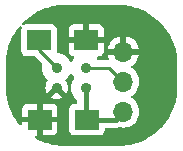
<source format=gbr>
%TF.GenerationSoftware,KiCad,Pcbnew,7.0.1*%
%TF.CreationDate,2024-12-17T12:15:10+02:00*%
%TF.ProjectId,mic_board,6d69635f-626f-4617-9264-2e6b69636164,rev?*%
%TF.SameCoordinates,Original*%
%TF.FileFunction,Copper,L1,Top*%
%TF.FilePolarity,Positive*%
%FSLAX46Y46*%
G04 Gerber Fmt 4.6, Leading zero omitted, Abs format (unit mm)*
G04 Created by KiCad (PCBNEW 7.0.1) date 2024-12-17 12:15:10*
%MOMM*%
%LPD*%
G01*
G04 APERTURE LIST*
%TA.AperFunction,SMDPad,CuDef*%
%ADD10C,0.900000*%
%TD*%
%TA.AperFunction,ComponentPad*%
%ADD11O,1.700000X1.700000*%
%TD*%
%TA.AperFunction,SMDPad,CuDef*%
%ADD12R,2.000000X1.700000*%
%TD*%
%TA.AperFunction,ViaPad*%
%ADD13C,2.100000*%
%TD*%
%TA.AperFunction,Conductor*%
%ADD14C,0.400000*%
%TD*%
%TA.AperFunction,Conductor*%
%ADD15C,0.250000*%
%TD*%
G04 APERTURE END LIST*
D10*
X119430800Y-78028800D03*
X116970800Y-78028800D03*
X116970800Y-76328800D03*
X119430800Y-76328800D03*
D11*
X122631200Y-74980800D03*
X122631200Y-77520800D03*
X122631200Y-80060800D03*
D12*
X115481600Y-74015600D03*
X119481600Y-74015600D03*
X119532400Y-80721200D03*
X115532400Y-80721200D03*
D13*
X125577600Y-77317600D03*
X114249200Y-77327600D03*
D14*
X119430800Y-78028800D02*
X119430800Y-80619600D01*
X119532400Y-80721200D02*
X121970800Y-80721200D01*
X119596400Y-77863200D02*
X119430800Y-78028800D01*
X119430800Y-80619600D02*
X119532400Y-80721200D01*
X121970800Y-80721200D02*
X122631200Y-80060800D01*
D15*
X115481600Y-74839600D02*
X116970800Y-76328800D01*
X115481600Y-74015600D02*
X115481600Y-74839600D01*
X122631200Y-77520800D02*
X121439200Y-76328800D01*
X121439200Y-76328800D02*
X119430800Y-76328800D01*
%TA.AperFunction,Conductor*%
G36*
X122205762Y-71019005D02*
G01*
X122420800Y-71027900D01*
X122616655Y-71036452D01*
X122626530Y-71037281D01*
X122839906Y-71063879D01*
X122839993Y-71063890D01*
X123038145Y-71089977D01*
X123047392Y-71091553D01*
X123256721Y-71135444D01*
X123257965Y-71135712D01*
X123453586Y-71179080D01*
X123462101Y-71181289D01*
X123666865Y-71242250D01*
X123668525Y-71242759D01*
X123859896Y-71303098D01*
X123867653Y-71305831D01*
X124066563Y-71383446D01*
X124068713Y-71384311D01*
X124254224Y-71461152D01*
X124261172Y-71464286D01*
X124429103Y-71546382D01*
X124452787Y-71557961D01*
X124455583Y-71559372D01*
X124633620Y-71652052D01*
X124639836Y-71655518D01*
X124822993Y-71764655D01*
X124826129Y-71766587D01*
X124889691Y-71807081D01*
X124995482Y-71874478D01*
X125000910Y-71878141D01*
X125174384Y-72001999D01*
X125177816Y-72004540D01*
X125337112Y-72126772D01*
X125341767Y-72130526D01*
X125504426Y-72268291D01*
X125508038Y-72271472D01*
X125656125Y-72407169D01*
X125660007Y-72410886D01*
X125810712Y-72561591D01*
X125814432Y-72565476D01*
X125950121Y-72713555D01*
X125953307Y-72717172D01*
X126091072Y-72879831D01*
X126094826Y-72884486D01*
X126217058Y-73043782D01*
X126219599Y-73047214D01*
X126343457Y-73220688D01*
X126347120Y-73226116D01*
X126455000Y-73395452D01*
X126456943Y-73398605D01*
X126566080Y-73581762D01*
X126569546Y-73587978D01*
X126662226Y-73766015D01*
X126663637Y-73768811D01*
X126757299Y-73960397D01*
X126760460Y-73967405D01*
X126837251Y-74152795D01*
X126838208Y-74155174D01*
X126915759Y-74353923D01*
X126918502Y-74361709D01*
X126978802Y-74552954D01*
X126979386Y-74554860D01*
X127040305Y-74759484D01*
X127042521Y-74768027D01*
X127085871Y-74963566D01*
X127086171Y-74964959D01*
X127130044Y-75174202D01*
X127131622Y-75183462D01*
X127157659Y-75381229D01*
X127157768Y-75382077D01*
X127184314Y-75595041D01*
X127185148Y-75604970D01*
X127193713Y-75801128D01*
X127193725Y-75801413D01*
X127202594Y-76015838D01*
X127202700Y-76020962D01*
X127202700Y-77953838D01*
X127202594Y-77958963D01*
X127193725Y-78173387D01*
X127193713Y-78173671D01*
X127185148Y-78369828D01*
X127184314Y-78379757D01*
X127157768Y-78592721D01*
X127157659Y-78593569D01*
X127131622Y-78791336D01*
X127130044Y-78800596D01*
X127086171Y-79009839D01*
X127085871Y-79011232D01*
X127042521Y-79206771D01*
X127040305Y-79215314D01*
X126979386Y-79419938D01*
X126978802Y-79421844D01*
X126918502Y-79613089D01*
X126915759Y-79620875D01*
X126838208Y-79819624D01*
X126837251Y-79822003D01*
X126760460Y-80007393D01*
X126757299Y-80014401D01*
X126663637Y-80205987D01*
X126662226Y-80208783D01*
X126569546Y-80386820D01*
X126566080Y-80393036D01*
X126456943Y-80576193D01*
X126455000Y-80579346D01*
X126347120Y-80748682D01*
X126343457Y-80754110D01*
X126219599Y-80927584D01*
X126217058Y-80931016D01*
X126094826Y-81090312D01*
X126091072Y-81094967D01*
X125953307Y-81257626D01*
X125950108Y-81261258D01*
X125814454Y-81409299D01*
X125810712Y-81413207D01*
X125660007Y-81563912D01*
X125656099Y-81567654D01*
X125508058Y-81703308D01*
X125504426Y-81706507D01*
X125341767Y-81844272D01*
X125337112Y-81848026D01*
X125177816Y-81970258D01*
X125174384Y-81972799D01*
X125000910Y-82096657D01*
X124995482Y-82100320D01*
X124826146Y-82208200D01*
X124822993Y-82210143D01*
X124639836Y-82319280D01*
X124633620Y-82322746D01*
X124455583Y-82415426D01*
X124452787Y-82416837D01*
X124261201Y-82510499D01*
X124254193Y-82513660D01*
X124068803Y-82590451D01*
X124066424Y-82591408D01*
X123867675Y-82668959D01*
X123859889Y-82671702D01*
X123668644Y-82732002D01*
X123666738Y-82732586D01*
X123462114Y-82793505D01*
X123453571Y-82795721D01*
X123258032Y-82839071D01*
X123256639Y-82839371D01*
X123047396Y-82883244D01*
X123038136Y-82884822D01*
X122840369Y-82910859D01*
X122839521Y-82910968D01*
X122626557Y-82937514D01*
X122616628Y-82938348D01*
X122420581Y-82946908D01*
X122420297Y-82946920D01*
X122205763Y-82955794D01*
X122200638Y-82955900D01*
X117676962Y-82955900D01*
X117671837Y-82955794D01*
X117457301Y-82946920D01*
X117457017Y-82946908D01*
X117260970Y-82938348D01*
X117251041Y-82937514D01*
X117038077Y-82910968D01*
X117037229Y-82910859D01*
X116839462Y-82884822D01*
X116830202Y-82883244D01*
X116620959Y-82839371D01*
X116619566Y-82839071D01*
X116424027Y-82795721D01*
X116415484Y-82793505D01*
X116210860Y-82732586D01*
X116208954Y-82732002D01*
X116017709Y-82671702D01*
X116009923Y-82668959D01*
X115881385Y-82618804D01*
X115811134Y-82591391D01*
X115808795Y-82590451D01*
X115623405Y-82513660D01*
X115616397Y-82510499D01*
X115424811Y-82416837D01*
X115422015Y-82415426D01*
X115243978Y-82322746D01*
X115237762Y-82319280D01*
X115208297Y-82301723D01*
X115163706Y-82256013D01*
X115147774Y-82194175D01*
X115164726Y-82132609D01*
X115210066Y-82087643D01*
X115271770Y-82071200D01*
X115282400Y-82071200D01*
X115282400Y-80971200D01*
X115782400Y-80971200D01*
X115782400Y-82071200D01*
X116580224Y-82071200D01*
X116639775Y-82064797D01*
X116774489Y-82014552D01*
X116889588Y-81928388D01*
X116975752Y-81813289D01*
X117025997Y-81678575D01*
X117032400Y-81619024D01*
X117032400Y-80971200D01*
X115782400Y-80971200D01*
X115282400Y-80971200D01*
X114032400Y-80971200D01*
X114032400Y-81047002D01*
X114017939Y-81105116D01*
X113977929Y-81149675D01*
X113921702Y-81170286D01*
X113862372Y-81162143D01*
X113813778Y-81127144D01*
X113786526Y-81094968D01*
X113782772Y-81090312D01*
X113660540Y-80931016D01*
X113657999Y-80927584D01*
X113534141Y-80754110D01*
X113530478Y-80748682D01*
X113422598Y-80579346D01*
X113420655Y-80576193D01*
X113358093Y-80471200D01*
X114032400Y-80471200D01*
X115282400Y-80471200D01*
X115282400Y-79371200D01*
X115782400Y-79371200D01*
X115782400Y-80471200D01*
X117032400Y-80471200D01*
X117032400Y-79823376D01*
X117025997Y-79763824D01*
X116975752Y-79629110D01*
X116889588Y-79514011D01*
X116774489Y-79427847D01*
X116639775Y-79377602D01*
X116580224Y-79371200D01*
X115782400Y-79371200D01*
X115282400Y-79371200D01*
X114484576Y-79371200D01*
X114425024Y-79377602D01*
X114290310Y-79427847D01*
X114175211Y-79514011D01*
X114089047Y-79629110D01*
X114038802Y-79763824D01*
X114032400Y-79823376D01*
X114032400Y-80471200D01*
X113358093Y-80471200D01*
X113311518Y-80393036D01*
X113308052Y-80386820D01*
X113215372Y-80208783D01*
X113213961Y-80205987D01*
X113202382Y-80182303D01*
X113120286Y-80014372D01*
X113117152Y-80007424D01*
X113040311Y-79821913D01*
X113039446Y-79819763D01*
X112961831Y-79620853D01*
X112959096Y-79613089D01*
X112954066Y-79597136D01*
X112898759Y-79421725D01*
X112898250Y-79420065D01*
X112837289Y-79215301D01*
X112835080Y-79206786D01*
X112791712Y-79011165D01*
X112791427Y-79009839D01*
X112785895Y-78983457D01*
X112758737Y-78853930D01*
X116499221Y-78853930D01*
X116605487Y-78910730D01*
X116784569Y-78965055D01*
X116970799Y-78983396D01*
X117157030Y-78965055D01*
X117336110Y-78910731D01*
X117442377Y-78853930D01*
X117442377Y-78853929D01*
X116970801Y-78382353D01*
X116970800Y-78382353D01*
X116499221Y-78853930D01*
X112758737Y-78853930D01*
X112747553Y-78800592D01*
X112745976Y-78791336D01*
X112719890Y-78593193D01*
X112719883Y-78593143D01*
X112693281Y-78379730D01*
X112692452Y-78369855D01*
X112683886Y-78173671D01*
X112675005Y-77958962D01*
X112674900Y-77953839D01*
X112674900Y-76020961D01*
X112675006Y-76015837D01*
X112675437Y-76005424D01*
X112683888Y-75801087D01*
X112692452Y-75604940D01*
X112693281Y-75595073D01*
X112719891Y-75381595D01*
X112745978Y-75183445D01*
X112747551Y-75174216D01*
X112791462Y-74964792D01*
X112791697Y-74963702D01*
X112835084Y-74767999D01*
X112837285Y-74759511D01*
X112898275Y-74554653D01*
X112898737Y-74553143D01*
X112959104Y-74361684D01*
X112961823Y-74353965D01*
X113039474Y-74154964D01*
X113040283Y-74152953D01*
X113117162Y-73967351D01*
X113120274Y-73960451D01*
X113213987Y-73768757D01*
X113215345Y-73766067D01*
X113308067Y-73587951D01*
X113311518Y-73581762D01*
X113420695Y-73398539D01*
X113422550Y-73395529D01*
X113530490Y-73226097D01*
X113534121Y-73220716D01*
X113658035Y-73047164D01*
X113660502Y-73043833D01*
X113782801Y-72884448D01*
X113786510Y-72879850D01*
X113805507Y-72857420D01*
X113862430Y-72819431D01*
X113930838Y-72817425D01*
X113989892Y-72852014D01*
X114021602Y-72912662D01*
X114016310Y-72980895D01*
X113987509Y-73058114D01*
X113981100Y-73117730D01*
X113981100Y-74913469D01*
X113987509Y-74973084D01*
X114001807Y-75011419D01*
X114037804Y-75107931D01*
X114124054Y-75223146D01*
X114239269Y-75309396D01*
X114374117Y-75359691D01*
X114433727Y-75366100D01*
X115072147Y-75366099D01*
X115119600Y-75375538D01*
X115159828Y-75402418D01*
X115712211Y-75954801D01*
X115744305Y-76010388D01*
X115744305Y-76074574D01*
X115734592Y-76110822D01*
X115715522Y-76328800D01*
X115734592Y-76546774D01*
X115791225Y-76758131D01*
X115830787Y-76842971D01*
X115883698Y-76956439D01*
X116009202Y-77135677D01*
X116009205Y-77135680D01*
X116163923Y-77290398D01*
X116171072Y-77295404D01*
X116213627Y-77347450D01*
X116222766Y-77414055D01*
X116195804Y-77475640D01*
X116177081Y-77498455D01*
X116088869Y-77663487D01*
X116034544Y-77842569D01*
X116016203Y-78028799D01*
X116034545Y-78215034D01*
X116088866Y-78394107D01*
X116145669Y-78500376D01*
X116883118Y-77762927D01*
X116938705Y-77730833D01*
X117002893Y-77730833D01*
X117058480Y-77762927D01*
X117795930Y-78500377D01*
X117852731Y-78394110D01*
X117907055Y-78215030D01*
X117925396Y-78028799D01*
X117907055Y-77842569D01*
X117852730Y-77663487D01*
X117764518Y-77498455D01*
X117745798Y-77475644D01*
X117718833Y-77414057D01*
X117727972Y-77347450D01*
X117770530Y-77295403D01*
X117777677Y-77290398D01*
X117846152Y-77221923D01*
X117932398Y-77135677D01*
X118057902Y-76956439D01*
X118058900Y-76954300D01*
X118088418Y-76890997D01*
X118134175Y-76838821D01*
X118200800Y-76819401D01*
X118267425Y-76838821D01*
X118313182Y-76890997D01*
X118343697Y-76956438D01*
X118449596Y-77107677D01*
X118469459Y-77153725D01*
X118469459Y-77203875D01*
X118449596Y-77249923D01*
X118343698Y-77401161D01*
X118251225Y-77599468D01*
X118194592Y-77810825D01*
X118175522Y-78028799D01*
X118194592Y-78246774D01*
X118251225Y-78458131D01*
X118270925Y-78500377D01*
X118343698Y-78656439D01*
X118469202Y-78835677D01*
X118623923Y-78990398D01*
X118677425Y-79027861D01*
X118716289Y-79072177D01*
X118730300Y-79129434D01*
X118730300Y-79246701D01*
X118713687Y-79308701D01*
X118668300Y-79354088D01*
X118606300Y-79370701D01*
X118484528Y-79370701D01*
X118454722Y-79373904D01*
X118424915Y-79377109D01*
X118290069Y-79427404D01*
X118174854Y-79513654D01*
X118088604Y-79628868D01*
X118038309Y-79763715D01*
X118038309Y-79763717D01*
X118032043Y-79822003D01*
X118031900Y-79823330D01*
X118031900Y-81619069D01*
X118038309Y-81678684D01*
X118063456Y-81746107D01*
X118088604Y-81813531D01*
X118174854Y-81928746D01*
X118290069Y-82014996D01*
X118424917Y-82065291D01*
X118484527Y-82071700D01*
X120580272Y-82071699D01*
X120639883Y-82065291D01*
X120774731Y-82014996D01*
X120889946Y-81928746D01*
X120976196Y-81813531D01*
X121026491Y-81678683D01*
X121032900Y-81619073D01*
X121032900Y-81545700D01*
X121049513Y-81483700D01*
X121094900Y-81438313D01*
X121156900Y-81421700D01*
X121945879Y-81421700D01*
X121953366Y-81421926D01*
X121956506Y-81422115D01*
X122013406Y-81425558D01*
X122072582Y-81414713D01*
X122079981Y-81413587D01*
X122139672Y-81406340D01*
X122149135Y-81402750D01*
X122170758Y-81396722D01*
X122180732Y-81394895D01*
X122219342Y-81377517D01*
X122260251Y-81366995D01*
X122302321Y-81370817D01*
X122395792Y-81395863D01*
X122631200Y-81416459D01*
X122866608Y-81395863D01*
X123094863Y-81334703D01*
X123309030Y-81234835D01*
X123502601Y-81099295D01*
X123669695Y-80932201D01*
X123805235Y-80738630D01*
X123905103Y-80524463D01*
X123966263Y-80296208D01*
X123986859Y-80060800D01*
X123966263Y-79825392D01*
X123905103Y-79597137D01*
X123805235Y-79382971D01*
X123669695Y-79189399D01*
X123502601Y-79022305D01*
X123317039Y-78892373D01*
X123278175Y-78848057D01*
X123264164Y-78790800D01*
X123278175Y-78733543D01*
X123317039Y-78689226D01*
X123502601Y-78559295D01*
X123669695Y-78392201D01*
X123805235Y-78198630D01*
X123905103Y-77984463D01*
X123966263Y-77756208D01*
X123986859Y-77520800D01*
X123971692Y-77347450D01*
X123966263Y-77285392D01*
X123944421Y-77203875D01*
X123905103Y-77057137D01*
X123805235Y-76842971D01*
X123669695Y-76649399D01*
X123502601Y-76482305D01*
X123316602Y-76352067D01*
X123277739Y-76307751D01*
X123263728Y-76250494D01*
X123277739Y-76193237D01*
X123316605Y-76148919D01*
X123502278Y-76018909D01*
X123669306Y-75851881D01*
X123804800Y-75658376D01*
X123904630Y-75444292D01*
X123961836Y-75230800D01*
X121300564Y-75230800D01*
X121357769Y-75444292D01*
X121396288Y-75526895D01*
X121407641Y-75587410D01*
X121388487Y-75645925D01*
X121343549Y-75688014D01*
X121283906Y-75703300D01*
X120583949Y-75703300D01*
X120526692Y-75689289D01*
X120482374Y-75650423D01*
X120479224Y-75645925D01*
X120419566Y-75560723D01*
X120397406Y-75497710D01*
X120411152Y-75432343D01*
X120456813Y-75383591D01*
X120521141Y-75365600D01*
X120529424Y-75365600D01*
X120588975Y-75359197D01*
X120723689Y-75308952D01*
X120838788Y-75222788D01*
X120924952Y-75107689D01*
X120975197Y-74972975D01*
X120981600Y-74913424D01*
X120981600Y-74730800D01*
X121300564Y-74730800D01*
X122381200Y-74730800D01*
X122381200Y-73650164D01*
X122881200Y-73650164D01*
X122881200Y-74730800D01*
X123961836Y-74730800D01*
X123961835Y-74730799D01*
X123904630Y-74517307D01*
X123804799Y-74303221D01*
X123669309Y-74109721D01*
X123502281Y-73942693D01*
X123308776Y-73807199D01*
X123094692Y-73707369D01*
X122881200Y-73650164D01*
X122381200Y-73650164D01*
X122381199Y-73650164D01*
X122167707Y-73707369D01*
X121953621Y-73807200D01*
X121760121Y-73942690D01*
X121593090Y-74109721D01*
X121457600Y-74303221D01*
X121357769Y-74517307D01*
X121300564Y-74730799D01*
X121300564Y-74730800D01*
X120981600Y-74730800D01*
X120981600Y-74265600D01*
X117981600Y-74265600D01*
X117981600Y-74913424D01*
X117988002Y-74972975D01*
X118038247Y-75107689D01*
X118124411Y-75222788D01*
X118239510Y-75308952D01*
X118388818Y-75364641D01*
X118387464Y-75368269D01*
X118419150Y-75380428D01*
X118459422Y-75429646D01*
X118469999Y-75492354D01*
X118448101Y-75552058D01*
X118343697Y-75701162D01*
X118313180Y-75766605D01*
X118267423Y-75818779D01*
X118200798Y-75838198D01*
X118134173Y-75818778D01*
X118088417Y-75766602D01*
X118057902Y-75701162D01*
X118019225Y-75645925D01*
X117932398Y-75521923D01*
X117777677Y-75367202D01*
X117598439Y-75241698D01*
X117499386Y-75195509D01*
X117400131Y-75149225D01*
X117188774Y-75092592D01*
X117090950Y-75084033D01*
X117029964Y-75061607D01*
X116988693Y-75011419D01*
X116978469Y-74947250D01*
X116982099Y-74913478D01*
X116982100Y-74913473D01*
X116982099Y-73765600D01*
X117981600Y-73765600D01*
X119231600Y-73765600D01*
X119231600Y-72665600D01*
X119731600Y-72665600D01*
X119731600Y-73765600D01*
X120981600Y-73765600D01*
X120981600Y-73117776D01*
X120975197Y-73058224D01*
X120924952Y-72923510D01*
X120838788Y-72808411D01*
X120723689Y-72722247D01*
X120588975Y-72672002D01*
X120529424Y-72665600D01*
X119731600Y-72665600D01*
X119231600Y-72665600D01*
X118433776Y-72665600D01*
X118374224Y-72672002D01*
X118239510Y-72722247D01*
X118124411Y-72808411D01*
X118038247Y-72923510D01*
X117988002Y-73058224D01*
X117981600Y-73117776D01*
X117981600Y-73765600D01*
X116982099Y-73765600D01*
X116982099Y-73117728D01*
X116975691Y-73058117D01*
X116925396Y-72923269D01*
X116839146Y-72808054D01*
X116723931Y-72721804D01*
X116589083Y-72671509D01*
X116529473Y-72665100D01*
X116529469Y-72665100D01*
X114433730Y-72665100D01*
X114374115Y-72671509D01*
X114242907Y-72720447D01*
X114176686Y-72726134D01*
X114117041Y-72696809D01*
X114081108Y-72640895D01*
X114079210Y-72574458D01*
X114111890Y-72516588D01*
X114217638Y-72410840D01*
X114221428Y-72407211D01*
X114369611Y-72271427D01*
X114373158Y-72268303D01*
X114535845Y-72130514D01*
X114540448Y-72126801D01*
X114699833Y-72004502D01*
X114703164Y-72002035D01*
X114876716Y-71878121D01*
X114882097Y-71874490D01*
X115051529Y-71766550D01*
X115054539Y-71764695D01*
X115237773Y-71655511D01*
X115243951Y-71652067D01*
X115422067Y-71559345D01*
X115424757Y-71557987D01*
X115616451Y-71464274D01*
X115623351Y-71461162D01*
X115808953Y-71384283D01*
X115810964Y-71383474D01*
X116009965Y-71305823D01*
X116017684Y-71303104D01*
X116209143Y-71242737D01*
X116210653Y-71242275D01*
X116415511Y-71181285D01*
X116423999Y-71179084D01*
X116619702Y-71135697D01*
X116620792Y-71135462D01*
X116830216Y-71091551D01*
X116839445Y-71089978D01*
X117037595Y-71063891D01*
X117251073Y-71037281D01*
X117260940Y-71036452D01*
X117457028Y-71027890D01*
X117671837Y-71019005D01*
X117676961Y-71018900D01*
X122200639Y-71018900D01*
X122205762Y-71019005D01*
G37*
%TD.AperFunction*%
M02*

</source>
